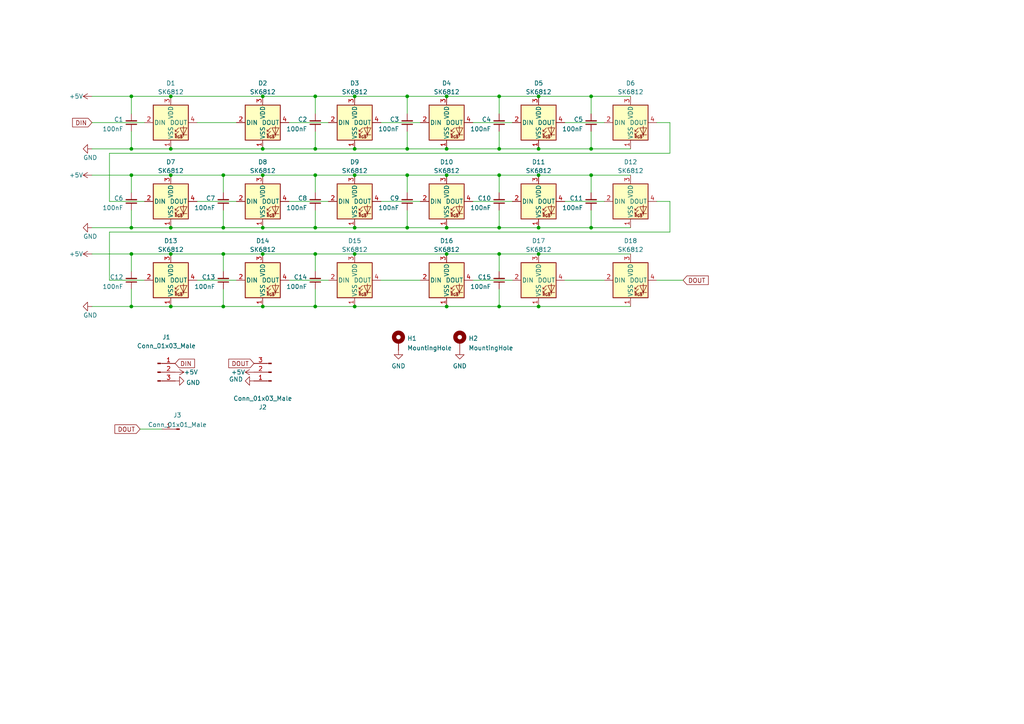
<source format=kicad_sch>
(kicad_sch (version 20211123) (generator eeschema)
  (paper "A4")
  (lib_symbols
    (symbol "Connector:Conn_01x01_Male" (pin_names (offset 1.016) hide)
      (property "Reference" "J" (at 0 2.54 0))
      (property "Value" "Conn_01x01_Male" (at 0 -2.54 0))
      (symbol "Conn_01x01_Male_1_1"
        (polyline (pts (xy 1.27 0) (xy 0.8636 0)) (stroke (width 0.1524)))
        (rectangle (start 0.8636 0.127) (end 0 -0.127) (stroke (width 0.1524)) (fill (type outline)))
        (pin passive line (at 5.08 0 180) (length 3.81) (name "Pin_1") (number "1"))
      )
    )
    (symbol "Connector:Conn_01x03_Male" (pin_names (offset 1.016) hide)
      (property "Reference" "J" (at 0 5.08 0))
      (property "Value" "Conn_01x03_Male" (at 0 -5.08 0))
      (symbol "Conn_01x03_Male_1_1"
        (polyline (pts (xy 1.27 -2.54) (xy 0.8636 -2.54)) (stroke (width 0.1524)))
        (polyline (pts (xy 1.27 0) (xy 0.8636 0)) (stroke (width 0.1524)))
        (polyline (pts (xy 1.27 2.54) (xy 0.8636 2.54)) (stroke (width 0.1524)))
        (rectangle (start 0.8636 -2.413) (end 0 -2.667) (stroke (width 0.1524)) (fill (type outline)))
        (rectangle (start 0.8636 0.127) (end 0 -0.127) (stroke (width 0.1524)) (fill (type outline)))
        (rectangle (start 0.8636 2.667) (end 0 2.413) (stroke (width 0.1524)) (fill (type outline)))
        (pin passive line (at 5.08 2.54 180) (length 3.81) (name "Pin_1") (number "1"))
        (pin passive line (at 5.08 0 180) (length 3.81) (name "Pin_2") (number "2"))
        (pin passive line (at 5.08 -2.54 180) (length 3.81) (name "Pin_3") (number "3"))
      )
    )
    (symbol "Device:C_Small" (pin_numbers hide) (pin_names (offset 0.254) hide)
      (property "Reference" "C" (at 0.254 1.778 0))
      (property "Value" "C_Small" (at 0.254 -2.032 0))
      (symbol "C_Small_0_1"
        (polyline (pts (xy -1.524 -0.508) (xy 1.524 -0.508)) (stroke (width 0.3302)))
        (polyline (pts (xy -1.524 0.508) (xy 1.524 0.508)) (stroke (width 0.3048)))
      )
      (symbol "C_Small_1_1"
        (pin passive line (at 0 2.54 270) (length 2.032) (name "~") (number "1"))
        (pin passive line (at 0 -2.54 90) (length 2.032) (name "~") (number "2"))
      )
    )
    (symbol "LED:SK6812" (pin_names (offset 0.254))
      (property "Reference" "D" (at 5.08 5.715 0))
      (property "Value" "SK6812" (at 1.27 -5.715 0))
      (symbol "SK6812_0_0"
        (text "RGB" (at 2.286 -4.191 0) (effects (font (size 0.762 0.762))))
      )
      (symbol "SK6812_0_1"
        (polyline (pts (xy 1.27 -3.556) (xy 1.778 -3.556)))
        (polyline (pts (xy 1.27 -2.54) (xy 1.778 -2.54)))
        (polyline (pts (xy 4.699 -3.556) (xy 2.667 -3.556)))
        (polyline (pts (xy 2.286 -2.54) (xy 1.27 -3.556) (xy 1.27 -3.048)))
        (polyline (pts (xy 2.286 -1.524) (xy 1.27 -2.54) (xy 1.27 -2.032)))
        (polyline (pts (xy 3.683 -1.016) (xy 3.683 -3.556) (xy 3.683 -4.064)))
        (polyline (pts (xy 4.699 -1.524) (xy 2.667 -1.524) (xy 3.683 -3.556) (xy 4.699 -1.524)))
        (rectangle (start 5.08 5.08) (end -5.08 -5.08) (stroke (width 0.254)) (fill (type background)))
      )
      (symbol "SK6812_1_1"
        (pin power_in line (at 0 -7.62 90) (length 2.54) (name "VSS") (number "1"))
        (pin input line (at -7.62 0 0) (length 2.54) (name "DIN") (number "2"))
        (pin power_in line (at 0 7.62 270) (length 2.54) (name "VDD") (number "3"))
        (pin output line (at 7.62 0 180) (length 2.54) (name "DOUT") (number "4"))
      )
    )
    (symbol "Mechanical:MountingHole_Pad" (pin_numbers hide) (pin_names (offset 1.016) hide)
      (property "Reference" "H" (at 0 6.35 0))
      (property "Value" "MountingHole_Pad" (at 0 4.445 0))
      (symbol "MountingHole_Pad_0_1"
        (circle (center 0 1.27) (radius 1.27) (stroke (width 1.27)))
      )
      (symbol "MountingHole_Pad_1_1"
        (pin input line (at 0 -2.54 90) (length 2.54) (name "1") (number "1"))
      )
    )
    (symbol "power:+5V" (power) (pin_names (offset 0))
      (property "Value" "+5V" (at 0 3.556 0))
      (symbol "+5V_0_1"
        (polyline (pts (xy -0.762 1.27) (xy 0 2.54)))
        (polyline (pts (xy 0 0) (xy 0 2.54)))
        (polyline (pts (xy 0 2.54) (xy 0.762 1.27)))
      )
      (symbol "+5V_1_1"
        (pin power_in line (at 0 0 90) (length 0) hide (name "+5V") (number "1"))
      )
    )
    (symbol "power:GND" (power) (pin_names (offset 0))
      (property "Value" "GND" (at 0 -3.81 0))
      (symbol "GND_0_1"
        (polyline (pts (xy 0 0) (xy 0 -1.27) (xy 1.27 -1.27) (xy 0 -2.54) (xy -1.27 -1.27) (xy 0 -1.27)))
      )
      (symbol "GND_1_1"
        (pin power_in line (at 0 0 270) (length 0) hide (name "GND") (number "1"))
      )
    )
  )
  (junction (at 76.2 50.8))
  (junction (at 76.2 73.66))
  (junction (at 64.77 66.04))
  (junction (at 49.53 50.8))
  (junction (at 102.87 66.04))
  (junction (at 49.53 88.9))
  (junction (at 38.1 27.94))
  (junction (at 118.11 50.8))
  (junction (at 91.44 88.9))
  (junction (at 91.44 50.8))
  (junction (at 171.45 27.94))
  (junction (at 129.54 43.18))
  (junction (at 38.1 66.04))
  (junction (at 144.78 73.66))
  (junction (at 102.87 88.9))
  (junction (at 156.21 73.66))
  (junction (at 76.2 27.94))
  (junction (at 102.87 50.8))
  (junction (at 38.1 43.18))
  (junction (at 49.53 27.94))
  (junction (at 156.21 27.94))
  (junction (at 144.78 66.04))
  (junction (at 49.53 73.66))
  (junction (at 118.11 43.18))
  (junction (at 102.87 43.18))
  (junction (at 102.87 27.94))
  (junction (at 156.21 88.9))
  (junction (at 144.78 88.9))
  (junction (at 64.77 50.8))
  (junction (at 118.11 66.04))
  (junction (at 76.2 88.9))
  (junction (at 171.45 50.8))
  (junction (at 156.21 50.8))
  (junction (at 129.54 50.8))
  (junction (at 156.21 43.18))
  (junction (at 38.1 50.8))
  (junction (at 102.87 73.66))
  (junction (at 91.44 73.66))
  (junction (at 144.78 43.18))
  (junction (at 91.44 66.04))
  (junction (at 49.53 66.04))
  (junction (at 49.53 43.18))
  (junction (at 64.77 73.66))
  (junction (at 129.54 27.94))
  (junction (at 118.11 27.94))
  (junction (at 129.54 88.9))
  (junction (at 171.45 66.04))
  (junction (at 38.1 88.9))
  (junction (at 144.78 27.94))
  (junction (at 144.78 50.8))
  (junction (at 129.54 73.66))
  (junction (at 91.44 27.94))
  (junction (at 129.54 66.04))
  (junction (at 171.45 43.18))
  (junction (at 76.2 43.18))
  (junction (at 64.77 88.9))
  (junction (at 91.44 43.18))
  (junction (at 76.2 66.04))
  (junction (at 38.1 73.66))
  (junction (at 156.21 66.04))
  (wire (pts (xy 144.78 73.66) (xy 156.21 73.66)))
  (wire (pts (xy 190.5 81.28) (xy 198.12 81.28)))
  (wire (pts (xy 31.75 81.28) (xy 41.91 81.28)))
  (wire (pts (xy 91.44 38.1) (xy 91.44 43.18)))
  (wire (pts (xy 102.87 88.9) (xy 129.54 88.9)))
  (wire (pts (xy 38.1 60.96) (xy 38.1 66.04)))
  (wire (pts (xy 64.77 78.74) (xy 64.77 73.66)))
  (wire (pts (xy 171.45 43.18) (xy 182.88 43.18)))
  (wire (pts (xy 26.67 73.66) (xy 38.1 73.66)))
  (wire (pts (xy 118.11 55.88) (xy 118.11 50.8)))
  (wire (pts (xy 171.45 33.02) (xy 171.45 27.94)))
  (wire (pts (xy 118.11 43.18) (xy 129.54 43.18)))
  (wire (pts (xy 38.1 88.9) (xy 49.53 88.9)))
  (wire (pts (xy 118.11 27.94) (xy 129.54 27.94)))
  (wire (pts (xy 49.53 88.9) (xy 64.77 88.9)))
  (wire (pts (xy 190.5 58.42) (xy 194.31 58.42)))
  (wire (pts (xy 57.15 35.56) (xy 68.58 35.56)))
  (wire (pts (xy 49.53 43.18) (xy 76.2 43.18)))
  (wire (pts (xy 171.45 38.1) (xy 171.45 43.18)))
  (wire (pts (xy 171.45 55.88) (xy 171.45 50.8)))
  (wire (pts (xy 156.21 50.8) (xy 171.45 50.8)))
  (wire (pts (xy 102.87 73.66) (xy 129.54 73.66)))
  (wire (pts (xy 83.82 35.56) (xy 95.25 35.56)))
  (wire (pts (xy 102.87 43.18) (xy 118.11 43.18)))
  (wire (pts (xy 91.44 60.96) (xy 91.44 66.04)))
  (wire (pts (xy 64.77 55.88) (xy 64.77 50.8)))
  (wire (pts (xy 102.87 66.04) (xy 118.11 66.04)))
  (wire (pts (xy 91.44 55.88) (xy 91.44 50.8)))
  (wire (pts (xy 76.2 88.9) (xy 91.44 88.9)))
  (wire (pts (xy 41.91 58.42) (xy 31.75 58.42)))
  (wire (pts (xy 102.87 50.8) (xy 118.11 50.8)))
  (wire (pts (xy 110.49 35.56) (xy 121.92 35.56)))
  (wire (pts (xy 156.21 88.9) (xy 182.88 88.9)))
  (wire (pts (xy 171.45 50.8) (xy 182.88 50.8)))
  (wire (pts (xy 156.21 73.66) (xy 182.88 73.66)))
  (wire (pts (xy 31.75 67.31) (xy 31.75 81.28)))
  (wire (pts (xy 171.45 60.96) (xy 171.45 66.04)))
  (wire (pts (xy 144.78 78.74) (xy 144.78 73.66)))
  (wire (pts (xy 129.54 88.9) (xy 144.78 88.9)))
  (wire (pts (xy 118.11 66.04) (xy 129.54 66.04)))
  (wire (pts (xy 31.75 58.42) (xy 31.75 44.45)))
  (wire (pts (xy 26.67 88.9) (xy 38.1 88.9)))
  (wire (pts (xy 144.78 33.02) (xy 144.78 27.94)))
  (wire (pts (xy 38.1 73.66) (xy 49.53 73.66)))
  (wire (pts (xy 91.44 73.66) (xy 102.87 73.66)))
  (wire (pts (xy 137.16 58.42) (xy 148.59 58.42)))
  (wire (pts (xy 144.78 50.8) (xy 156.21 50.8)))
  (wire (pts (xy 129.54 27.94) (xy 144.78 27.94)))
  (wire (pts (xy 64.77 66.04) (xy 76.2 66.04)))
  (wire (pts (xy 38.1 27.94) (xy 49.53 27.94)))
  (wire (pts (xy 26.67 27.94) (xy 38.1 27.94)))
  (wire (pts (xy 76.2 27.94) (xy 91.44 27.94)))
  (wire (pts (xy 110.49 58.42) (xy 121.92 58.42)))
  (wire (pts (xy 118.11 38.1) (xy 118.11 43.18)))
  (wire (pts (xy 194.31 58.42) (xy 194.31 67.31)))
  (wire (pts (xy 49.53 50.8) (xy 64.77 50.8)))
  (wire (pts (xy 163.83 35.56) (xy 175.26 35.56)))
  (wire (pts (xy 38.1 43.18) (xy 49.53 43.18)))
  (wire (pts (xy 194.31 35.56) (xy 190.5 35.56)))
  (wire (pts (xy 38.1 33.02) (xy 38.1 27.94)))
  (wire (pts (xy 163.83 58.42) (xy 175.26 58.42)))
  (wire (pts (xy 102.87 27.94) (xy 118.11 27.94)))
  (wire (pts (xy 76.2 50.8) (xy 91.44 50.8)))
  (wire (pts (xy 144.78 43.18) (xy 156.21 43.18)))
  (wire (pts (xy 137.16 35.56) (xy 148.59 35.56)))
  (wire (pts (xy 31.75 44.45) (xy 194.31 44.45)))
  (wire (pts (xy 91.44 50.8) (xy 102.87 50.8)))
  (wire (pts (xy 57.15 81.28) (xy 68.58 81.28)))
  (wire (pts (xy 156.21 43.18) (xy 171.45 43.18)))
  (wire (pts (xy 57.15 58.42) (xy 68.58 58.42)))
  (wire (pts (xy 144.78 83.82) (xy 144.78 88.9)))
  (wire (pts (xy 49.53 27.94) (xy 76.2 27.94)))
  (wire (pts (xy 26.67 35.56) (xy 41.91 35.56)))
  (wire (pts (xy 144.78 55.88) (xy 144.78 50.8)))
  (wire (pts (xy 91.44 66.04) (xy 102.87 66.04)))
  (wire (pts (xy 129.54 66.04) (xy 144.78 66.04)))
  (wire (pts (xy 76.2 66.04) (xy 91.44 66.04)))
  (wire (pts (xy 83.82 58.42) (xy 95.25 58.42)))
  (wire (pts (xy 91.44 83.82) (xy 91.44 88.9)))
  (wire (pts (xy 83.82 81.28) (xy 95.25 81.28)))
  (wire (pts (xy 129.54 43.18) (xy 144.78 43.18)))
  (wire (pts (xy 76.2 73.66) (xy 91.44 73.66)))
  (wire (pts (xy 49.53 66.04) (xy 64.77 66.04)))
  (wire (pts (xy 26.67 50.8) (xy 38.1 50.8)))
  (wire (pts (xy 144.78 88.9) (xy 156.21 88.9)))
  (wire (pts (xy 49.53 73.66) (xy 64.77 73.66)))
  (wire (pts (xy 144.78 27.94) (xy 156.21 27.94)))
  (wire (pts (xy 144.78 66.04) (xy 156.21 66.04)))
  (wire (pts (xy 171.45 66.04) (xy 182.88 66.04)))
  (wire (pts (xy 38.1 66.04) (xy 49.53 66.04)))
  (wire (pts (xy 64.77 50.8) (xy 76.2 50.8)))
  (wire (pts (xy 118.11 60.96) (xy 118.11 66.04)))
  (wire (pts (xy 163.83 81.28) (xy 175.26 81.28)))
  (wire (pts (xy 144.78 60.96) (xy 144.78 66.04)))
  (wire (pts (xy 194.31 44.45) (xy 194.31 35.56)))
  (wire (pts (xy 26.67 43.18) (xy 38.1 43.18)))
  (wire (pts (xy 91.44 27.94) (xy 102.87 27.94)))
  (wire (pts (xy 38.1 83.82) (xy 38.1 88.9)))
  (wire (pts (xy 91.44 88.9) (xy 102.87 88.9)))
  (wire (pts (xy 38.1 78.74) (xy 38.1 73.66)))
  (wire (pts (xy 194.31 67.31) (xy 31.75 67.31)))
  (wire (pts (xy 64.77 88.9) (xy 76.2 88.9)))
  (wire (pts (xy 38.1 50.8) (xy 49.53 50.8)))
  (wire (pts (xy 156.21 66.04) (xy 171.45 66.04)))
  (wire (pts (xy 40.64 124.46) (xy 46.99 124.46)))
  (wire (pts (xy 26.67 66.04) (xy 38.1 66.04)))
  (wire (pts (xy 137.16 81.28) (xy 148.59 81.28)))
  (wire (pts (xy 76.2 43.18) (xy 91.44 43.18)))
  (wire (pts (xy 91.44 33.02) (xy 91.44 27.94)))
  (wire (pts (xy 129.54 73.66) (xy 144.78 73.66)))
  (wire (pts (xy 91.44 43.18) (xy 102.87 43.18)))
  (wire (pts (xy 64.77 83.82) (xy 64.77 88.9)))
  (wire (pts (xy 118.11 33.02) (xy 118.11 27.94)))
  (wire (pts (xy 64.77 73.66) (xy 76.2 73.66)))
  (wire (pts (xy 110.49 81.28) (xy 121.92 81.28)))
  (wire (pts (xy 118.11 50.8) (xy 129.54 50.8)))
  (wire (pts (xy 156.21 27.94) (xy 171.45 27.94)))
  (wire (pts (xy 38.1 55.88) (xy 38.1 50.8)))
  (wire (pts (xy 64.77 60.96) (xy 64.77 66.04)))
  (wire (pts (xy 91.44 78.74) (xy 91.44 73.66)))
  (wire (pts (xy 171.45 27.94) (xy 182.88 27.94)))
  (wire (pts (xy 129.54 50.8) (xy 144.78 50.8)))
  (wire (pts (xy 38.1 38.1) (xy 38.1 43.18)))
  (wire (pts (xy 144.78 38.1) (xy 144.78 43.18)))
  (global_label "DOUT" (shape input) (at 198.12 81.28 0) (property "Intersheet References" "${INTERSHEET_REFS}" (effects hide)))
  (global_label "DIN" (shape input) (at 26.67 35.56 180) (property "Intersheet References" "${INTERSHEET_REFS}" (effects hide)))
  (global_label "DOUT" (shape input) (at 73.66 105.41 180) (property "Intersheet References" "${INTERSHEET_REFS}" (effects hide)))
  (global_label "DIN" (shape input) (at 50.8 105.41 0) (property "Intersheet References" "${INTERSHEET_REFS}" (effects hide)))
  (global_label "DOUT" (shape input) (at 40.64 124.46 180) (property "Intersheet References" "${INTERSHEET_REFS}" (effects hide)))
  (symbol (lib_id "power:+5V") (at 26.67 73.66 90) (unit 1)
    (property "Reference" "#PWR05" (effects hide))
    (property "Value" "+5V" (at 24.13 73.66 90) (effects (justify left)))
  )
  (symbol (lib_id "power:GND") (at 26.67 43.18 270) (unit 1)
    (property "Reference" "#PWR02" (effects hide))
    (property "Value" "GND" (at 24.13 45.72 90) (effects (justify left)))
  )
  (symbol (lib_id "power:GND") (at 50.8 110.49 90) (unit 1)
    (property "Reference" "#PWR011" (effects hide))
    (property "Value" "GND" (at 53.975 110.969 90) (effects (justify right)))
  )
  (symbol (lib_id "power:+5V") (at 26.67 50.8 90) (unit 1)
    (property "Reference" "#PWR03" (effects hide))
    (property "Value" "+5V" (at 24.13 50.8 90) (effects (justify left)))
  )
  (symbol (lib_id "LED:SK6812") (at 102.87 58.42 0) (unit 1)
    (property "Reference" "D9" (at 102.87 46.99 0))
    (property "Value" "SK6812" (at 102.87 49.53 0))
    (property "Footprint" "LED_SMD:LED_SK6812_PLCC4_5.0x5.0mm_P3.2mm" (effects hide))
    (property "Datasheet" "https://cdn-shop.adafruit.com/product-files/1138/SK6812+LED+datasheet+.pdf" (effects hide))
  )
  (symbol (lib_id "power:+5V") (at 50.8 107.95 270) (unit 1)
    (property "Reference" "#PWR09" (effects hide))
    (property "Value" "+5V" (at 53.34 107.95 90) (effects (justify left)))
  )
  (symbol (lib_id "LED:SK6812") (at 102.87 35.56 0) (unit 1)
    (property "Reference" "D3" (at 102.87 24.13 0))
    (property "Value" "SK6812" (at 102.87 26.67 0))
    (property "Footprint" "LED_SMD:LED_SK6812_PLCC4_5.0x5.0mm_P3.2mm" (effects hide))
    (property "Datasheet" "https://cdn-shop.adafruit.com/product-files/1138/SK6812+LED+datasheet+.pdf" (effects hide))
  )
  (symbol (lib_id "Device:C_Small") (at 91.44 58.42 0) (mirror x) (unit 1)
    (property "Reference" "C8" (at 89.1159 57.5051 0) (effects (justify right)))
    (property "Value" "100nF" (at 89.1159 60.2802 0) (effects (justify right)))
    (property "Footprint" "Daylight:C_0805_2012Metric_Pad1.18x1.45mm_HandSolder" (effects hide))
  )
  (symbol (lib_id "Device:C_Small") (at 64.77 58.42 0) (mirror x) (unit 1)
    (property "Reference" "C7" (at 62.4459 57.5051 0) (effects (justify right)))
    (property "Value" "100nF" (at 62.4459 60.2802 0) (effects (justify right)))
    (property "Footprint" "Daylight:C_0805_2012Metric_Pad1.18x1.45mm_HandSolder" (effects hide))
  )
  (symbol (lib_id "power:GND") (at 115.57 101.6 0) (unit 1)
    (property "Reference" "#PWR07" (effects hide))
    (property "Value" "GND" (at 115.57 106.1624 0))
  )
  (symbol (lib_id "Connector:Conn_01x03_Male") (at 45.72 107.95 0) (unit 1)
    (property "Reference" "J1" (at 48.26 97.79 0))
    (property "Value" "Conn_01x03_Male" (at 48.26 100.33 0))
    (property "Footprint" "Daylight:JST_XH_S3B-XH-A-1_1x03_P2.50mm_Horizontal" (effects hide))
  )
  (symbol (lib_id "LED:SK6812") (at 182.88 81.28 0) (unit 1)
    (property "Reference" "D18" (at 182.88 69.85 0))
    (property "Value" "SK6812" (at 182.88 72.39 0))
    (property "Footprint" "LED_SMD:LED_SK6812_PLCC4_5.0x5.0mm_P3.2mm" (effects hide))
    (property "Datasheet" "https://cdn-shop.adafruit.com/product-files/1138/SK6812+LED+datasheet+.pdf" (effects hide))
  )
  (symbol (lib_id "power:GND") (at 26.67 88.9 270) (unit 1)
    (property "Reference" "#PWR06" (effects hide))
    (property "Value" "GND" (at 24.13 91.44 90) (effects (justify left)))
  )
  (symbol (lib_id "LED:SK6812") (at 182.88 58.42 0) (unit 1)
    (property "Reference" "D12" (at 182.88 46.99 0))
    (property "Value" "SK6812" (at 182.88 49.53 0))
    (property "Footprint" "LED_SMD:LED_SK6812_PLCC4_5.0x5.0mm_P3.2mm" (effects hide))
    (property "Datasheet" "https://cdn-shop.adafruit.com/product-files/1138/SK6812+LED+datasheet+.pdf" (effects hide))
  )
  (symbol (lib_id "Device:C_Small") (at 64.77 81.28 0) (mirror x) (unit 1)
    (property "Reference" "C13" (at 62.4459 80.3651 0) (effects (justify right)))
    (property "Value" "100nF" (at 62.4459 83.1402 0) (effects (justify right)))
    (property "Footprint" "Daylight:C_0805_2012Metric_Pad1.18x1.45mm_HandSolder" (effects hide))
  )
  (symbol (lib_id "Mechanical:MountingHole_Pad") (at 133.35 99.06 0) (unit 1) (in_bom no)
    (property "Reference" "H2" (at 135.89 98.1515 0) (effects (justify left)))
    (property "Value" "MountingHole" (at 135.89 100.9266 0) (effects (justify left)))
    (property "Footprint" "MountingHole:MountingHole_3.2mm_M3_Pad_Via" (effects hide))
  )
  (symbol (lib_id "LED:SK6812") (at 156.21 81.28 0) (unit 1)
    (property "Reference" "D17" (at 156.21 69.85 0))
    (property "Value" "SK6812" (at 156.21 72.39 0))
    (property "Footprint" "LED_SMD:LED_SK6812_PLCC4_5.0x5.0mm_P3.2mm" (effects hide))
    (property "Datasheet" "https://cdn-shop.adafruit.com/product-files/1138/SK6812+LED+datasheet+.pdf" (effects hide))
  )
  (symbol (lib_id "Device:C_Small") (at 91.44 81.28 0) (mirror x) (unit 1)
    (property "Reference" "C14" (at 89.1159 80.3651 0) (effects (justify right)))
    (property "Value" "100nF" (at 89.1159 83.1402 0) (effects (justify right)))
    (property "Footprint" "Daylight:C_0805_2012Metric_Pad1.18x1.45mm_HandSolder" (effects hide))
  )
  (symbol (lib_id "power:GND") (at 133.35 101.6 0) (unit 1)
    (property "Reference" "#PWR08" (effects hide))
    (property "Value" "GND" (at 133.35 106.1624 0))
  )
  (symbol (lib_id "Connector:Conn_01x01_Male") (at 52.07 124.46 180) (unit 1)
    (property "Reference" "J3" (at 51.435 120.4173 0))
    (property "Value" "Conn_01x01_Male" (at 51.435 123.1924 0))
    (property "Footprint" "Daylight:PinHeader-1-with-SMDpad" (effects hide))
  )
  (symbol (lib_id "Device:C_Small") (at 38.1 35.56 0) (mirror x) (unit 1)
    (property "Reference" "C1" (at 35.7759 34.6451 0) (effects (justify right)))
    (property "Value" "100nF" (at 35.7759 37.4202 0) (effects (justify right)))
    (property "Footprint" "Daylight:C_0805_2012Metric_Pad1.18x1.45mm_HandSolder" (effects hide))
  )
  (symbol (lib_id "Device:C_Small") (at 171.45 35.56 0) (mirror x) (unit 1)
    (property "Reference" "C5" (at 169.1259 34.6451 0) (effects (justify right)))
    (property "Value" "100nF" (at 169.1259 37.4202 0) (effects (justify right)))
    (property "Footprint" "Daylight:C_0805_2012Metric_Pad1.18x1.45mm_HandSolder" (effects hide))
  )
  (symbol (lib_id "LED:SK6812") (at 76.2 81.28 0) (unit 1)
    (property "Reference" "D14" (at 76.2 69.85 0))
    (property "Value" "SK6812" (at 76.2 72.39 0))
    (property "Footprint" "LED_SMD:LED_SK6812_PLCC4_5.0x5.0mm_P3.2mm" (effects hide))
    (property "Datasheet" "https://cdn-shop.adafruit.com/product-files/1138/SK6812+LED+datasheet+.pdf" (effects hide))
  )
  (symbol (lib_id "LED:SK6812") (at 49.53 35.56 0) (unit 1)
    (property "Reference" "D1" (at 49.53 24.13 0))
    (property "Value" "SK6812" (at 49.53 26.67 0))
    (property "Footprint" "LED_SMD:LED_SK6812_PLCC4_5.0x5.0mm_P3.2mm" (effects hide))
    (property "Datasheet" "https://cdn-shop.adafruit.com/product-files/1138/SK6812+LED+datasheet+.pdf" (effects hide))
  )
  (symbol (lib_id "LED:SK6812") (at 156.21 35.56 0) (unit 1)
    (property "Reference" "D5" (at 156.21 24.13 0))
    (property "Value" "SK6812" (at 156.21 26.67 0))
    (property "Footprint" "LED_SMD:LED_SK6812_PLCC4_5.0x5.0mm_P3.2mm" (effects hide))
    (property "Datasheet" "https://cdn-shop.adafruit.com/product-files/1138/SK6812+LED+datasheet+.pdf" (effects hide))
  )
  (symbol (lib_id "Device:C_Small") (at 118.11 35.56 0) (mirror x) (unit 1)
    (property "Reference" "C3" (at 115.7859 34.6451 0) (effects (justify right)))
    (property "Value" "100nF" (at 115.7859 37.4202 0) (effects (justify right)))
    (property "Footprint" "Daylight:C_0805_2012Metric_Pad1.18x1.45mm_HandSolder" (effects hide))
  )
  (symbol (lib_id "Device:C_Small") (at 38.1 81.28 0) (mirror x) (unit 1)
    (property "Reference" "C12" (at 35.7759 80.3651 0) (effects (justify right)))
    (property "Value" "100nF" (at 35.7759 83.1402 0) (effects (justify right)))
    (property "Footprint" "Daylight:C_0805_2012Metric_Pad1.18x1.45mm_HandSolder" (effects hide))
  )
  (symbol (lib_id "Device:C_Small") (at 118.11 58.42 0) (mirror x) (unit 1)
    (property "Reference" "C9" (at 115.7859 57.5051 0) (effects (justify right)))
    (property "Value" "100nF" (at 115.7859 60.2802 0) (effects (justify right)))
    (property "Footprint" "Daylight:C_0805_2012Metric_Pad1.18x1.45mm_HandSolder" (effects hide))
  )
  (symbol (lib_id "LED:SK6812") (at 49.53 81.28 0) (unit 1)
    (property "Reference" "D13" (at 49.53 69.85 0))
    (property "Value" "SK6812" (at 49.53 72.39 0))
    (property "Footprint" "LED_SMD:LED_SK6812_PLCC4_5.0x5.0mm_P3.2mm" (effects hide))
    (property "Datasheet" "https://cdn-shop.adafruit.com/product-files/1138/SK6812+LED+datasheet+.pdf" (effects hide))
  )
  (symbol (lib_id "Device:C_Small") (at 144.78 35.56 0) (mirror x) (unit 1)
    (property "Reference" "C4" (at 142.4559 34.6451 0) (effects (justify right)))
    (property "Value" "100nF" (at 142.4559 37.4202 0) (effects (justify right)))
    (property "Footprint" "Daylight:C_0805_2012Metric_Pad1.18x1.45mm_HandSolder" (effects hide))
  )
  (symbol (lib_id "Connector:Conn_01x03_Male") (at 78.74 107.95 180) (unit 1)
    (property "Reference" "J2" (at 76.2 118.11 0))
    (property "Value" "Conn_01x03_Male" (at 76.2 115.57 0))
    (property "Footprint" "Daylight:JST_XH_S3B-XH-A-1_1x03_P2.50mm_Horizontal" (effects hide))
  )
  (symbol (lib_id "LED:SK6812") (at 129.54 35.56 0) (unit 1)
    (property "Reference" "D4" (at 129.54 24.13 0))
    (property "Value" "SK6812" (at 129.54 26.67 0))
    (property "Footprint" "LED_SMD:LED_SK6812_PLCC4_5.0x5.0mm_P3.2mm" (effects hide))
    (property "Datasheet" "https://cdn-shop.adafruit.com/product-files/1138/SK6812+LED+datasheet+.pdf" (effects hide))
  )
  (symbol (lib_id "LED:SK6812") (at 129.54 81.28 0) (unit 1)
    (property "Reference" "D16" (at 129.54 69.85 0))
    (property "Value" "SK6812" (at 129.54 72.39 0))
    (property "Footprint" "LED_SMD:LED_SK6812_PLCC4_5.0x5.0mm_P3.2mm" (effects hide))
    (property "Datasheet" "https://cdn-shop.adafruit.com/product-files/1138/SK6812+LED+datasheet+.pdf" (effects hide))
  )
  (symbol (lib_id "LED:SK6812") (at 102.87 81.28 0) (unit 1)
    (property "Reference" "D15" (at 102.87 69.85 0))
    (property "Value" "SK6812" (at 102.87 72.39 0))
    (property "Footprint" "LED_SMD:LED_SK6812_PLCC4_5.0x5.0mm_P3.2mm" (effects hide))
    (property "Datasheet" "https://cdn-shop.adafruit.com/product-files/1138/SK6812+LED+datasheet+.pdf" (effects hide))
  )
  (symbol (lib_id "Device:C_Small") (at 91.44 35.56 0) (mirror x) (unit 1)
    (property "Reference" "C2" (at 89.1159 34.6451 0) (effects (justify right)))
    (property "Value" "100nF" (at 89.1159 37.4202 0) (effects (justify right)))
    (property "Footprint" "Daylight:C_0805_2012Metric_Pad1.18x1.45mm_HandSolder" (effects hide))
  )
  (symbol (lib_id "Device:C_Small") (at 38.1 58.42 0) (mirror x) (unit 1)
    (property "Reference" "C6" (at 35.7759 57.5051 0) (effects (justify right)))
    (property "Value" "100nF" (at 35.7759 60.2802 0) (effects (justify right)))
    (property "Footprint" "Daylight:C_0805_2012Metric_Pad1.18x1.45mm_HandSolder" (effects hide))
  )
  (symbol (lib_id "Device:C_Small") (at 144.78 58.42 0) (mirror x) (unit 1)
    (property "Reference" "C10" (at 142.4559 57.5051 0) (effects (justify right)))
    (property "Value" "100nF" (at 142.4559 60.2802 0) (effects (justify right)))
    (property "Footprint" "Daylight:C_0805_2012Metric_Pad1.18x1.45mm_HandSolder" (effects hide))
  )
  (symbol (lib_id "LED:SK6812") (at 76.2 58.42 0) (unit 1)
    (property "Reference" "D8" (at 76.2 46.99 0))
    (property "Value" "SK6812" (at 76.2 49.53 0))
    (property "Footprint" "LED_SMD:LED_SK6812_PLCC4_5.0x5.0mm_P3.2mm" (effects hide))
    (property "Datasheet" "https://cdn-shop.adafruit.com/product-files/1138/SK6812+LED+datasheet+.pdf" (effects hide))
  )
  (symbol (lib_id "LED:SK6812") (at 76.2 35.56 0) (unit 1)
    (property "Reference" "D2" (at 76.2 24.13 0))
    (property "Value" "SK6812" (at 76.2 26.67 0))
    (property "Footprint" "LED_SMD:LED_SK6812_PLCC4_5.0x5.0mm_P3.2mm" (effects hide))
    (property "Datasheet" "https://cdn-shop.adafruit.com/product-files/1138/SK6812+LED+datasheet+.pdf" (effects hide))
  )
  (symbol (lib_id "Device:C_Small") (at 144.78 81.28 0) (mirror x) (unit 1)
    (property "Reference" "C15" (at 142.4559 80.3651 0) (effects (justify right)))
    (property "Value" "100nF" (at 142.4559 83.1402 0) (effects (justify right)))
    (property "Footprint" "Daylight:C_0805_2012Metric_Pad1.18x1.45mm_HandSolder" (effects hide))
  )
  (symbol (lib_id "power:+5V") (at 73.66 107.95 90) (unit 1)
    (property "Reference" "#PWR010" (effects hide))
    (property "Value" "+5V" (at 71.12 107.95 90) (effects (justify left)))
  )
  (symbol (lib_id "Mechanical:MountingHole_Pad") (at 115.57 99.06 0) (unit 1) (in_bom no)
    (property "Reference" "H1" (at 118.11 98.1515 0) (effects (justify left)))
    (property "Value" "MountingHole" (at 118.11 100.9266 0) (effects (justify left)))
    (property "Footprint" "MountingHole:MountingHole_3.2mm_M3_Pad_Via" (effects hide))
  )
  (symbol (lib_id "power:GND") (at 73.66 110.49 270) (unit 1)
    (property "Reference" "#PWR012" (effects hide))
    (property "Value" "GND" (at 70.485 110.011 90) (effects (justify right)))
  )
  (symbol (lib_id "LED:SK6812") (at 182.88 35.56 0) (unit 1)
    (property "Reference" "D6" (at 182.88 24.13 0))
    (property "Value" "SK6812" (at 182.88 26.67 0))
    (property "Footprint" "LED_SMD:LED_SK6812_PLCC4_5.0x5.0mm_P3.2mm" (effects hide))
    (property "Datasheet" "https://cdn-shop.adafruit.com/product-files/1138/SK6812+LED+datasheet+.pdf" (effects hide))
  )
  (symbol (lib_id "LED:SK6812") (at 129.54 58.42 0) (unit 1)
    (property "Reference" "D10" (at 129.54 46.99 0))
    (property "Value" "SK6812" (at 129.54 49.53 0))
    (property "Footprint" "LED_SMD:LED_SK6812_PLCC4_5.0x5.0mm_P3.2mm" (effects hide))
    (property "Datasheet" "https://cdn-shop.adafruit.com/product-files/1138/SK6812+LED+datasheet+.pdf" (effects hide))
  )
  (symbol (lib_id "LED:SK6812") (at 156.21 58.42 0) (unit 1)
    (property "Reference" "D11" (at 156.21 46.99 0))
    (property "Value" "SK6812" (at 156.21 49.53 0))
    (property "Footprint" "LED_SMD:LED_SK6812_PLCC4_5.0x5.0mm_P3.2mm" (effects hide))
    (property "Datasheet" "https://cdn-shop.adafruit.com/product-files/1138/SK6812+LED+datasheet+.pdf" (effects hide))
  )
  (symbol (lib_id "LED:SK6812") (at 49.53 58.42 0) (unit 1)
    (property "Reference" "D7" (at 49.53 46.99 0))
    (property "Value" "SK6812" (at 49.53 49.53 0))
    (property "Footprint" "LED_SMD:LED_SK6812_PLCC4_5.0x5.0mm_P3.2mm" (effects hide))
    (property "Datasheet" "https://cdn-shop.adafruit.com/product-files/1138/SK6812+LED+datasheet+.pdf" (effects hide))
  )
  (symbol (lib_id "power:GND") (at 26.67 66.04 270) (unit 1)
    (property "Reference" "#PWR04" (effects hide))
    (property "Value" "GND" (at 24.13 68.58 90) (effects (justify left)))
  )
  (symbol (lib_id "Device:C_Small") (at 171.45 58.42 0) (mirror x) (unit 1)
    (property "Reference" "C11" (at 169.1259 57.5051 0) (effects (justify right)))
    (property "Value" "100nF" (at 169.1259 60.2802 0) (effects (justify right)))
    (property "Footprint" "Daylight:C_0805_2012Metric_Pad1.18x1.45mm_HandSolder" (effects hide))
  )
  (symbol (lib_id "power:+5V") (at 26.67 27.94 90) (unit 1)
    (property "Reference" "#PWR01" (effects hide))
    (property "Value" "+5V" (at 24.13 27.94 90) (effects (justify left)))
  )
)
</source>
